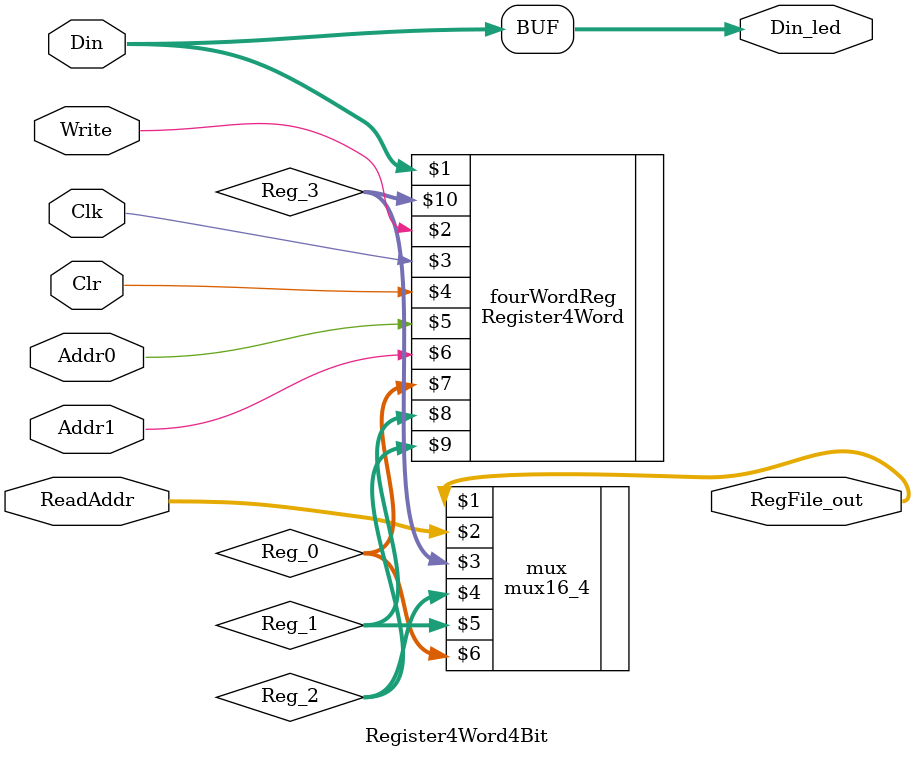
<source format=v>
`timescale 1ns / 1ps
/*
module Register4Word(
    input [0:3] Din,
    input Write,
    input Clk,
    input Clr,
    input Addr0,
    input Addr1,
    output [0:3] Reg_0,
    output [0:3] Reg_1,
    output [0:3] Reg_2,
    output [0:3] Reg_3
    );
	 
	 module mux16_4(result, sel, Din3, Din2, Din1, Din0);
	 */
module Register4Word4Bit(
    input [3:0] Din,
    input Write,
    input Clk,
    input Clr,
    input Addr0,
    input Addr1,
    input [1:0] ReadAddr,
    output [3:0] RegFile_out,
	 output [3:0] Din_led
    );
	 
	 wire [3:0] Reg_0, Reg_1, Reg_2, Reg_3;
	 
	 Register4Word fourWordReg(Din, Write, Clk, Clr, Addr0, Addr1, Reg_0, Reg_1, Reg_2, Reg_3);
	 mux16_4 mux(RegFile_out, ReadAddr, Reg_3, Reg_2, Reg_1, Reg_0);
	 buf(Din_led[3],Din[3]);
	 buf(Din_led[2],Din[2]);
	 buf(Din_led[1],Din[1]);
	 buf(Din_led[0],Din[0]);

endmodule

</source>
